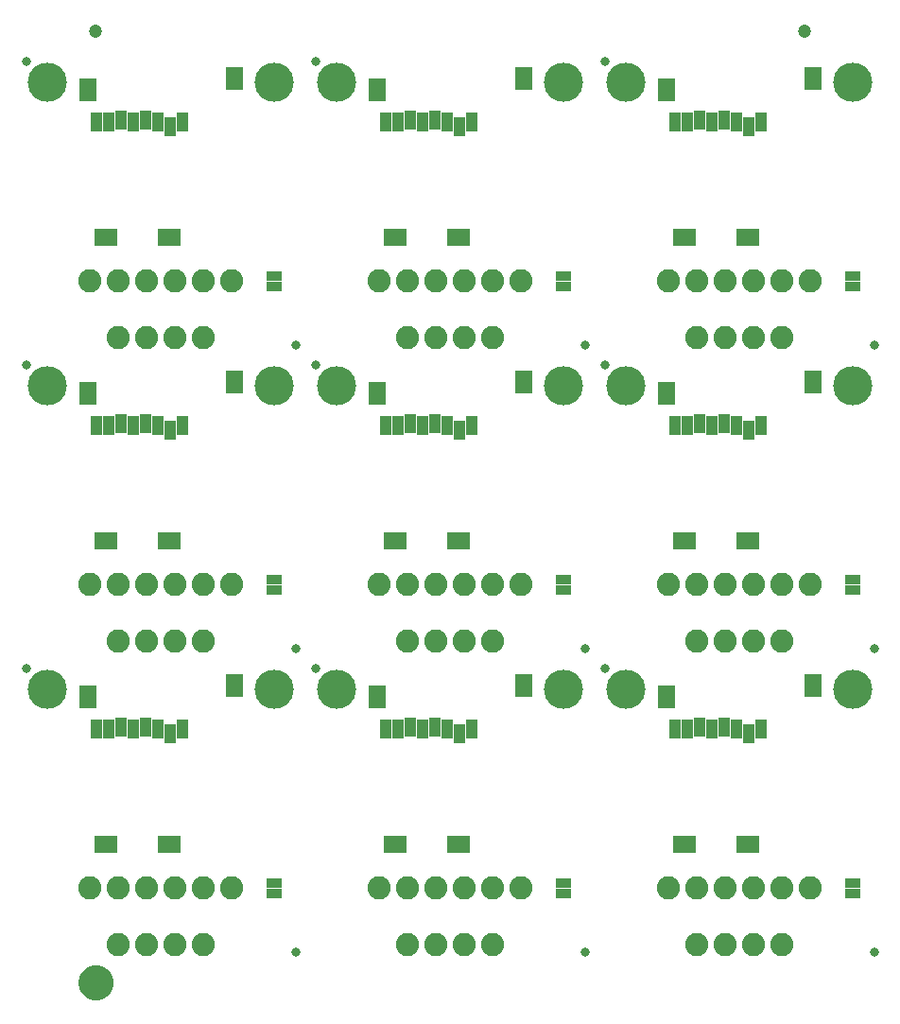
<source format=gbs>
G75*
%MOIN*%
%OFA0B0*%
%FSLAX25Y25*%
%IPPOS*%
%LPD*%
%AMOC8*
5,1,8,0,0,1.08239X$1,22.5*
%
%ADD10R,0.07887X0.06312*%
%ADD11R,0.03950X0.06706*%
%ADD12R,0.06312X0.08280*%
%ADD13C,0.03300*%
%ADD14C,0.08200*%
%ADD15R,0.05800X0.03300*%
%ADD16C,0.13800*%
%ADD17C,0.04737*%
%ADD18C,0.05000*%
%ADD19C,0.06706*%
D10*
X0059321Y0069325D03*
X0081762Y0069325D03*
X0161321Y0069325D03*
X0183762Y0069325D03*
X0263321Y0069325D03*
X0285762Y0069325D03*
X0285762Y0176325D03*
X0263321Y0176325D03*
X0183762Y0176325D03*
X0161321Y0176325D03*
X0081762Y0176325D03*
X0059321Y0176325D03*
X0059321Y0283325D03*
X0081762Y0283325D03*
X0161321Y0283325D03*
X0183762Y0283325D03*
X0263321Y0283325D03*
X0285762Y0283325D03*
D11*
X0286116Y0322301D03*
X0281785Y0323876D03*
X0277455Y0324663D03*
X0273124Y0323876D03*
X0268793Y0324663D03*
X0264463Y0323876D03*
X0260132Y0323876D03*
X0290447Y0323876D03*
X0188447Y0323876D03*
X0184116Y0322301D03*
X0179785Y0323876D03*
X0175455Y0324663D03*
X0171124Y0323876D03*
X0166793Y0324663D03*
X0162463Y0323876D03*
X0158132Y0323876D03*
X0086447Y0323876D03*
X0082116Y0322301D03*
X0077785Y0323876D03*
X0073455Y0324663D03*
X0069124Y0323876D03*
X0064793Y0324663D03*
X0060463Y0323876D03*
X0056132Y0323876D03*
X0064793Y0217663D03*
X0060463Y0216876D03*
X0056132Y0216876D03*
X0069124Y0216876D03*
X0073455Y0217663D03*
X0077785Y0216876D03*
X0082116Y0215301D03*
X0086447Y0216876D03*
X0158132Y0216876D03*
X0162463Y0216876D03*
X0166793Y0217663D03*
X0171124Y0216876D03*
X0175455Y0217663D03*
X0179785Y0216876D03*
X0184116Y0215301D03*
X0188447Y0216876D03*
X0260132Y0216876D03*
X0264463Y0216876D03*
X0268793Y0217663D03*
X0273124Y0216876D03*
X0277455Y0217663D03*
X0281785Y0216876D03*
X0286116Y0215301D03*
X0290447Y0216876D03*
X0290447Y0109876D03*
X0286116Y0108301D03*
X0281785Y0109876D03*
X0277455Y0110663D03*
X0273124Y0109876D03*
X0268793Y0110663D03*
X0264463Y0109876D03*
X0260132Y0109876D03*
X0188447Y0109876D03*
X0184116Y0108301D03*
X0179785Y0109876D03*
X0175455Y0110663D03*
X0171124Y0109876D03*
X0166793Y0110663D03*
X0162463Y0109876D03*
X0158132Y0109876D03*
X0086447Y0109876D03*
X0082116Y0108301D03*
X0077785Y0109876D03*
X0073455Y0110663D03*
X0069124Y0109876D03*
X0064793Y0110663D03*
X0060463Y0109876D03*
X0056132Y0109876D03*
D12*
X0053022Y0121096D03*
X0104793Y0125033D03*
X0155022Y0121096D03*
X0206793Y0125033D03*
X0257022Y0121096D03*
X0308793Y0125033D03*
X0257022Y0228096D03*
X0206793Y0232033D03*
X0155022Y0228096D03*
X0104793Y0232033D03*
X0053022Y0228096D03*
X0053022Y0335096D03*
X0104793Y0339033D03*
X0155022Y0335096D03*
X0206793Y0339033D03*
X0257022Y0335096D03*
X0308793Y0339033D03*
X0308793Y0232033D03*
D13*
X0330250Y0245250D03*
X0235250Y0238250D03*
X0228250Y0245250D03*
X0133250Y0238250D03*
X0126250Y0245250D03*
X0031250Y0238250D03*
X0126250Y0138250D03*
X0133250Y0131250D03*
X0228250Y0138250D03*
X0235250Y0131250D03*
X0330250Y0138250D03*
X0330250Y0031250D03*
X0228250Y0031250D03*
X0126250Y0031250D03*
X0031250Y0131250D03*
X0031250Y0345250D03*
X0133250Y0345250D03*
X0235250Y0345250D03*
D14*
X0257750Y0267750D03*
X0267750Y0267750D03*
X0277750Y0267750D03*
X0287750Y0267750D03*
X0297750Y0267750D03*
X0307750Y0267750D03*
X0297750Y0247750D03*
X0287750Y0247750D03*
X0277750Y0247750D03*
X0267750Y0247750D03*
X0205750Y0267750D03*
X0195750Y0267750D03*
X0185750Y0267750D03*
X0175750Y0267750D03*
X0165750Y0267750D03*
X0155750Y0267750D03*
X0165750Y0247750D03*
X0175750Y0247750D03*
X0185750Y0247750D03*
X0195750Y0247750D03*
X0195750Y0160750D03*
X0185750Y0160750D03*
X0175750Y0160750D03*
X0165750Y0160750D03*
X0155750Y0160750D03*
X0165750Y0140750D03*
X0175750Y0140750D03*
X0185750Y0140750D03*
X0195750Y0140750D03*
X0205750Y0160750D03*
X0257750Y0160750D03*
X0267750Y0160750D03*
X0277750Y0160750D03*
X0287750Y0160750D03*
X0297750Y0160750D03*
X0307750Y0160750D03*
X0297750Y0140750D03*
X0287750Y0140750D03*
X0277750Y0140750D03*
X0267750Y0140750D03*
X0267750Y0053750D03*
X0257750Y0053750D03*
X0277750Y0053750D03*
X0287750Y0053750D03*
X0297750Y0053750D03*
X0307750Y0053750D03*
X0297750Y0033750D03*
X0287750Y0033750D03*
X0277750Y0033750D03*
X0267750Y0033750D03*
X0205750Y0053750D03*
X0195750Y0053750D03*
X0185750Y0053750D03*
X0175750Y0053750D03*
X0165750Y0053750D03*
X0155750Y0053750D03*
X0165750Y0033750D03*
X0175750Y0033750D03*
X0185750Y0033750D03*
X0195750Y0033750D03*
X0103750Y0053750D03*
X0093750Y0053750D03*
X0083750Y0053750D03*
X0073750Y0053750D03*
X0063750Y0053750D03*
X0053750Y0053750D03*
X0063750Y0033750D03*
X0073750Y0033750D03*
X0083750Y0033750D03*
X0093750Y0033750D03*
X0093750Y0140750D03*
X0083750Y0140750D03*
X0073750Y0140750D03*
X0063750Y0140750D03*
X0063750Y0160750D03*
X0053750Y0160750D03*
X0073750Y0160750D03*
X0083750Y0160750D03*
X0093750Y0160750D03*
X0103750Y0160750D03*
X0093750Y0247750D03*
X0083750Y0247750D03*
X0073750Y0247750D03*
X0063750Y0247750D03*
X0063750Y0267750D03*
X0053750Y0267750D03*
X0073750Y0267750D03*
X0083750Y0267750D03*
X0093750Y0267750D03*
X0103750Y0267750D03*
D15*
X0118750Y0265978D03*
X0118750Y0269522D03*
X0220750Y0269522D03*
X0220750Y0265978D03*
X0322750Y0265978D03*
X0322750Y0269522D03*
X0322750Y0162522D03*
X0322750Y0158978D03*
X0220750Y0158978D03*
X0220750Y0162522D03*
X0118750Y0162522D03*
X0118750Y0158978D03*
X0118750Y0055522D03*
X0118750Y0051978D03*
X0220750Y0051978D03*
X0220750Y0055522D03*
X0322750Y0055522D03*
X0322750Y0051978D03*
D16*
X0322750Y0123750D03*
X0242750Y0123750D03*
X0220750Y0123750D03*
X0140750Y0123750D03*
X0118750Y0123750D03*
X0038750Y0123750D03*
X0038750Y0230750D03*
X0118750Y0230750D03*
X0140750Y0230750D03*
X0220750Y0230750D03*
X0242750Y0230750D03*
X0322750Y0230750D03*
X0322750Y0337750D03*
X0242750Y0337750D03*
X0220750Y0337750D03*
X0140750Y0337750D03*
X0118750Y0337750D03*
X0038750Y0337750D03*
D17*
X0055750Y0356000D03*
X0305750Y0356000D03*
D18*
X0052185Y0020500D02*
X0052187Y0020619D01*
X0052193Y0020738D01*
X0052203Y0020857D01*
X0052217Y0020975D01*
X0052235Y0021093D01*
X0052256Y0021210D01*
X0052282Y0021326D01*
X0052312Y0021442D01*
X0052345Y0021556D01*
X0052382Y0021669D01*
X0052423Y0021781D01*
X0052468Y0021892D01*
X0052516Y0022001D01*
X0052568Y0022108D01*
X0052624Y0022213D01*
X0052683Y0022317D01*
X0052745Y0022418D01*
X0052811Y0022518D01*
X0052880Y0022615D01*
X0052952Y0022709D01*
X0053028Y0022802D01*
X0053106Y0022891D01*
X0053187Y0022978D01*
X0053272Y0023063D01*
X0053359Y0023144D01*
X0053448Y0023222D01*
X0053541Y0023298D01*
X0053635Y0023370D01*
X0053732Y0023439D01*
X0053832Y0023505D01*
X0053933Y0023567D01*
X0054037Y0023626D01*
X0054142Y0023682D01*
X0054249Y0023734D01*
X0054358Y0023782D01*
X0054469Y0023827D01*
X0054581Y0023868D01*
X0054694Y0023905D01*
X0054808Y0023938D01*
X0054924Y0023968D01*
X0055040Y0023994D01*
X0055157Y0024015D01*
X0055275Y0024033D01*
X0055393Y0024047D01*
X0055512Y0024057D01*
X0055631Y0024063D01*
X0055750Y0024065D01*
X0055869Y0024063D01*
X0055988Y0024057D01*
X0056107Y0024047D01*
X0056225Y0024033D01*
X0056343Y0024015D01*
X0056460Y0023994D01*
X0056576Y0023968D01*
X0056692Y0023938D01*
X0056806Y0023905D01*
X0056919Y0023868D01*
X0057031Y0023827D01*
X0057142Y0023782D01*
X0057251Y0023734D01*
X0057358Y0023682D01*
X0057463Y0023626D01*
X0057567Y0023567D01*
X0057668Y0023505D01*
X0057768Y0023439D01*
X0057865Y0023370D01*
X0057959Y0023298D01*
X0058052Y0023222D01*
X0058141Y0023144D01*
X0058228Y0023063D01*
X0058313Y0022978D01*
X0058394Y0022891D01*
X0058472Y0022802D01*
X0058548Y0022709D01*
X0058620Y0022615D01*
X0058689Y0022518D01*
X0058755Y0022418D01*
X0058817Y0022317D01*
X0058876Y0022213D01*
X0058932Y0022108D01*
X0058984Y0022001D01*
X0059032Y0021892D01*
X0059077Y0021781D01*
X0059118Y0021669D01*
X0059155Y0021556D01*
X0059188Y0021442D01*
X0059218Y0021326D01*
X0059244Y0021210D01*
X0059265Y0021093D01*
X0059283Y0020975D01*
X0059297Y0020857D01*
X0059307Y0020738D01*
X0059313Y0020619D01*
X0059315Y0020500D01*
X0059313Y0020381D01*
X0059307Y0020262D01*
X0059297Y0020143D01*
X0059283Y0020025D01*
X0059265Y0019907D01*
X0059244Y0019790D01*
X0059218Y0019674D01*
X0059188Y0019558D01*
X0059155Y0019444D01*
X0059118Y0019331D01*
X0059077Y0019219D01*
X0059032Y0019108D01*
X0058984Y0018999D01*
X0058932Y0018892D01*
X0058876Y0018787D01*
X0058817Y0018683D01*
X0058755Y0018582D01*
X0058689Y0018482D01*
X0058620Y0018385D01*
X0058548Y0018291D01*
X0058472Y0018198D01*
X0058394Y0018109D01*
X0058313Y0018022D01*
X0058228Y0017937D01*
X0058141Y0017856D01*
X0058052Y0017778D01*
X0057959Y0017702D01*
X0057865Y0017630D01*
X0057768Y0017561D01*
X0057668Y0017495D01*
X0057567Y0017433D01*
X0057463Y0017374D01*
X0057358Y0017318D01*
X0057251Y0017266D01*
X0057142Y0017218D01*
X0057031Y0017173D01*
X0056919Y0017132D01*
X0056806Y0017095D01*
X0056692Y0017062D01*
X0056576Y0017032D01*
X0056460Y0017006D01*
X0056343Y0016985D01*
X0056225Y0016967D01*
X0056107Y0016953D01*
X0055988Y0016943D01*
X0055869Y0016937D01*
X0055750Y0016935D01*
X0055631Y0016937D01*
X0055512Y0016943D01*
X0055393Y0016953D01*
X0055275Y0016967D01*
X0055157Y0016985D01*
X0055040Y0017006D01*
X0054924Y0017032D01*
X0054808Y0017062D01*
X0054694Y0017095D01*
X0054581Y0017132D01*
X0054469Y0017173D01*
X0054358Y0017218D01*
X0054249Y0017266D01*
X0054142Y0017318D01*
X0054037Y0017374D01*
X0053933Y0017433D01*
X0053832Y0017495D01*
X0053732Y0017561D01*
X0053635Y0017630D01*
X0053541Y0017702D01*
X0053448Y0017778D01*
X0053359Y0017856D01*
X0053272Y0017937D01*
X0053187Y0018022D01*
X0053106Y0018109D01*
X0053028Y0018198D01*
X0052952Y0018291D01*
X0052880Y0018385D01*
X0052811Y0018482D01*
X0052745Y0018582D01*
X0052683Y0018683D01*
X0052624Y0018787D01*
X0052568Y0018892D01*
X0052516Y0018999D01*
X0052468Y0019108D01*
X0052423Y0019219D01*
X0052382Y0019331D01*
X0052345Y0019444D01*
X0052312Y0019558D01*
X0052282Y0019674D01*
X0052256Y0019790D01*
X0052235Y0019907D01*
X0052217Y0020025D01*
X0052203Y0020143D01*
X0052193Y0020262D01*
X0052187Y0020381D01*
X0052185Y0020500D01*
D19*
X0055750Y0020500D03*
M02*

</source>
